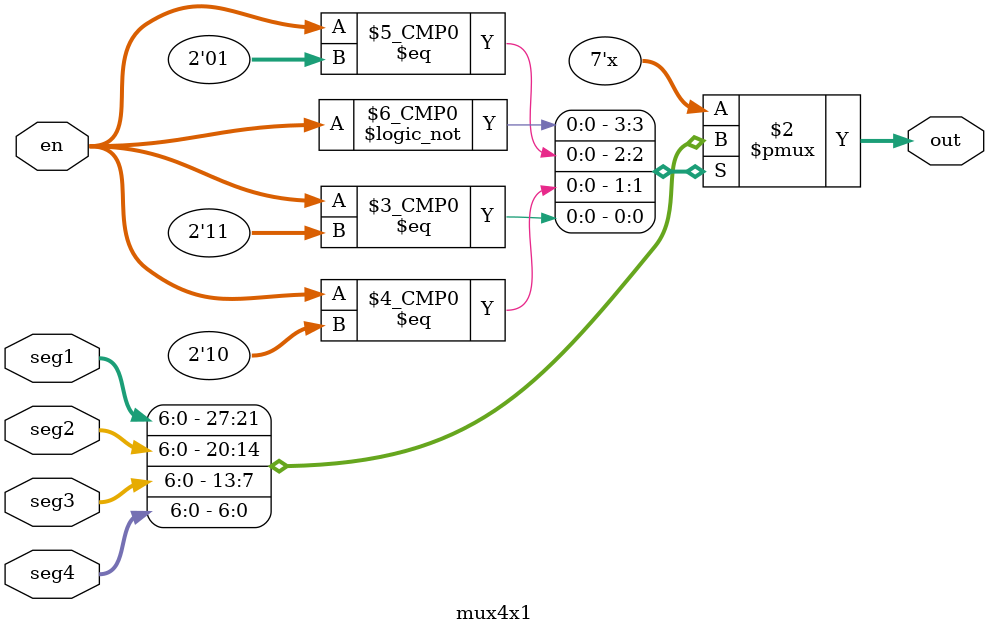
<source format=v>
`timescale 1ns / 1ps


module mux4x1(out, seg1, seg2 , seg3, seg4, en);
input [6:0] seg1; 
input [6:0] seg2;
input [6:0] seg3;
input [6:0] seg4;
input [1:0] en; 
output reg [6:0] out; 
always@(en) begin 
    case(en)
    2'b00: out <= seg1; 
    2'b01: out <= seg2;
    2'b10: out <= seg3; 
    2'b11: out <= seg4;  
    endcase
end
endmodule
</source>
